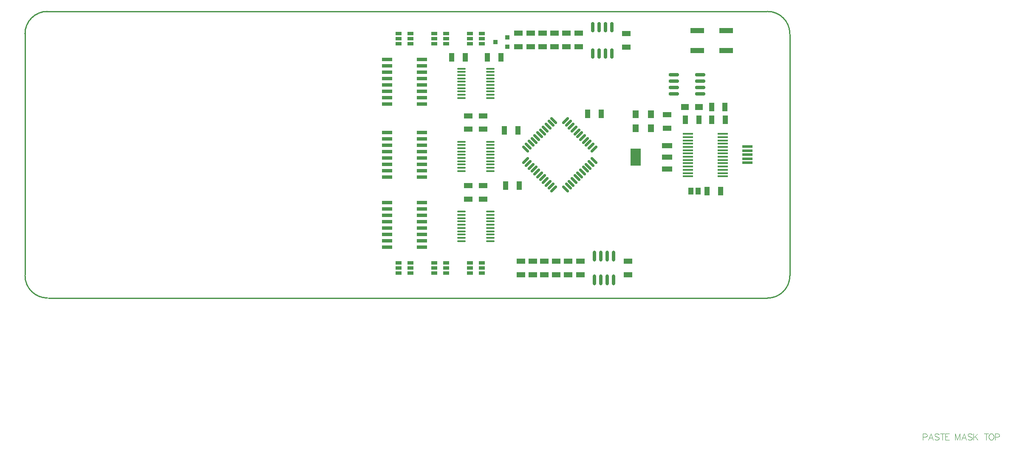
<source format=gtp>
%FSLAX24Y24*%
%MOIN*%
G70*
G01*
G75*
G04 Layer_Color=8421504*
%ADD10R,0.0790X0.0250*%
%ADD11R,0.0374X0.0354*%
%ADD12R,0.0669X0.0433*%
%ADD13R,0.1102X0.0394*%
%ADD14R,0.0600X0.0500*%
%ADD15O,0.0276X0.0827*%
%ADD16R,0.0433X0.0669*%
%ADD17O,0.0236X0.0866*%
%ADD18R,0.0512X0.0276*%
%ADD19R,0.0500X0.0600*%
%ADD20O,0.0827X0.0276*%
%ADD21O,0.0827X0.0157*%
%ADD22R,0.0433X0.0551*%
%ADD23R,0.0846X0.1378*%
%ADD24R,0.0846X0.0433*%
%ADD25R,0.0846X0.0433*%
G04:AMPARAMS|DCode=26|XSize=21.7mil|YSize=68.9mil|CornerRadius=0mil|HoleSize=0mil|Usage=FLASHONLY|Rotation=315.000|XOffset=0mil|YOffset=0mil|HoleType=Round|Shape=Round|*
%AMOVALD26*
21,1,0.0472,0.0217,0.0000,0.0000,45.0*
1,1,0.0217,-0.0167,-0.0167*
1,1,0.0217,0.0167,0.0167*
%
%ADD26OVALD26*%

G04:AMPARAMS|DCode=27|XSize=21.7mil|YSize=68.9mil|CornerRadius=0mil|HoleSize=0mil|Usage=FLASHONLY|Rotation=45.000|XOffset=0mil|YOffset=0mil|HoleType=Round|Shape=Round|*
%AMOVALD27*
21,1,0.0472,0.0217,0.0000,0.0000,135.0*
1,1,0.0217,0.0167,-0.0167*
1,1,0.0217,-0.0167,0.0167*
%
%ADD27OVALD27*%

%ADD28C,0.0591*%
%ADD29O,0.0669X0.0157*%
%ADD30R,0.0787X0.0197*%
%ADD31C,0.0140*%
%ADD32C,0.0250*%
%ADD33C,0.0200*%
%ADD34C,0.0180*%
%ADD35C,0.0049*%
%ADD36R,0.0940X0.1274*%
%ADD37R,0.0220X0.0386*%
%ADD38C,0.0100*%
%ADD39C,0.0079*%
%ADD40C,0.0600*%
%ADD41R,0.0600X0.0600*%
%ADD42C,0.0571*%
%ADD43C,0.0709*%
%ADD44R,0.0709X0.0709*%
%ADD45R,0.0591X0.0591*%
%ADD46C,0.2500*%
%ADD47C,0.0354*%
%ADD48O,0.1024X0.0827*%
%ADD49C,0.0260*%
%ADD50C,0.0098*%
%ADD51C,0.0010*%
%ADD52C,0.0080*%
%ADD53C,0.0039*%
D10*
X31127Y5500D02*
D03*
X28410Y4000D02*
D03*
Y5000D02*
D03*
Y6000D02*
D03*
Y7000D02*
D03*
Y7500D02*
D03*
X31127Y6500D02*
D03*
Y4500D02*
D03*
Y7500D02*
D03*
Y7000D02*
D03*
Y6000D02*
D03*
Y5000D02*
D03*
Y4000D02*
D03*
X28410Y6500D02*
D03*
Y5500D02*
D03*
Y4500D02*
D03*
X31127Y10990D02*
D03*
X28410Y9490D02*
D03*
Y10490D02*
D03*
Y11490D02*
D03*
Y12490D02*
D03*
Y12990D02*
D03*
X31127Y11990D02*
D03*
Y9990D02*
D03*
Y12990D02*
D03*
Y12490D02*
D03*
Y11490D02*
D03*
Y10490D02*
D03*
Y9490D02*
D03*
X28410Y11990D02*
D03*
Y10990D02*
D03*
Y9990D02*
D03*
X31130Y16730D02*
D03*
X28413Y15230D02*
D03*
Y16230D02*
D03*
Y17230D02*
D03*
Y18230D02*
D03*
Y18730D02*
D03*
X31130Y17730D02*
D03*
Y15730D02*
D03*
Y18730D02*
D03*
Y18230D02*
D03*
Y17230D02*
D03*
Y16230D02*
D03*
Y15230D02*
D03*
X28413Y17730D02*
D03*
Y16730D02*
D03*
Y15730D02*
D03*
D11*
X36907Y20100D02*
D03*
X37833Y20474D02*
D03*
Y19726D02*
D03*
D12*
X38720Y20791D02*
D03*
Y19729D02*
D03*
X39660D02*
D03*
Y20791D02*
D03*
X47300Y2901D02*
D03*
X47300Y1839D02*
D03*
X38900D02*
D03*
Y2901D02*
D03*
X39830Y1839D02*
D03*
X39830Y2901D02*
D03*
X40750Y1839D02*
D03*
Y2901D02*
D03*
X41680Y1839D02*
D03*
X41680Y2901D02*
D03*
X42620Y2901D02*
D03*
Y1839D02*
D03*
X43560D02*
D03*
Y2901D02*
D03*
X34780Y8821D02*
D03*
Y7759D02*
D03*
X35950Y8821D02*
D03*
Y7759D02*
D03*
X34780Y14311D02*
D03*
Y13249D02*
D03*
X35950Y14313D02*
D03*
Y13250D02*
D03*
X50370Y14391D02*
D03*
X50370Y13328D02*
D03*
X41540Y20791D02*
D03*
X41540Y19729D02*
D03*
X40600Y20791D02*
D03*
Y19728D02*
D03*
X43430Y20781D02*
D03*
Y19719D02*
D03*
X42480Y20782D02*
D03*
X42480Y19719D02*
D03*
X47170Y20751D02*
D03*
Y19689D02*
D03*
D13*
X52730Y19430D02*
D03*
X52730Y21005D02*
D03*
X55013Y21005D02*
D03*
Y19430D02*
D03*
D14*
X51770Y14980D02*
D03*
X52870Y14980D02*
D03*
D15*
X46050Y21273D02*
D03*
X45550D02*
D03*
X45050D02*
D03*
X44550D02*
D03*
X46050Y19187D02*
D03*
X45550D02*
D03*
X45050D02*
D03*
X44550D02*
D03*
D16*
X54921Y14010D02*
D03*
X53858Y14010D02*
D03*
X37321Y18910D02*
D03*
X36259D02*
D03*
X33479D02*
D03*
X34541D02*
D03*
X51809Y14010D02*
D03*
X52871D02*
D03*
X54920Y14990D02*
D03*
X53857Y14990D02*
D03*
X54561Y8400D02*
D03*
X53499D02*
D03*
X37619Y13170D02*
D03*
X38681D02*
D03*
X37699Y8820D02*
D03*
X38761D02*
D03*
X45212Y14470D02*
D03*
X44149D02*
D03*
D17*
X46180Y3305D02*
D03*
X45680Y3305D02*
D03*
X45180D02*
D03*
X44680Y3305D02*
D03*
X46180Y1415D02*
D03*
X45680D02*
D03*
X45180Y1415D02*
D03*
X44680Y1415D02*
D03*
D18*
X32098Y2754D02*
D03*
X32098Y2360D02*
D03*
X32098Y1966D02*
D03*
X33043D02*
D03*
Y2360D02*
D03*
Y2754D02*
D03*
X34898D02*
D03*
X34898Y2360D02*
D03*
X34898Y1966D02*
D03*
X35842D02*
D03*
Y2360D02*
D03*
Y2754D02*
D03*
X29298D02*
D03*
Y2360D02*
D03*
Y1966D02*
D03*
X30242D02*
D03*
Y2360D02*
D03*
Y2754D02*
D03*
X29298Y20754D02*
D03*
Y20360D02*
D03*
Y19966D02*
D03*
X30242D02*
D03*
Y20360D02*
D03*
Y20754D02*
D03*
X34898D02*
D03*
Y20360D02*
D03*
Y19966D02*
D03*
X35842D02*
D03*
Y20360D02*
D03*
Y20754D02*
D03*
X32098D02*
D03*
Y20360D02*
D03*
Y19966D02*
D03*
X33043D02*
D03*
Y20360D02*
D03*
Y20754D02*
D03*
D19*
X49090Y14420D02*
D03*
Y13320D02*
D03*
X47920Y14430D02*
D03*
X47920Y13330D02*
D03*
D20*
X50897Y17520D02*
D03*
X50897Y17020D02*
D03*
Y16520D02*
D03*
X50897Y16020D02*
D03*
X52983Y17520D02*
D03*
Y17020D02*
D03*
Y16520D02*
D03*
Y16020D02*
D03*
D21*
X54728Y9557D02*
D03*
Y9813D02*
D03*
X54728Y10068D02*
D03*
X54728Y10324D02*
D03*
X54728Y10580D02*
D03*
X54728Y10836D02*
D03*
X54728Y11092D02*
D03*
X54728Y11348D02*
D03*
Y11604D02*
D03*
Y11860D02*
D03*
Y12116D02*
D03*
Y12372D02*
D03*
Y12627D02*
D03*
X54728Y12883D02*
D03*
X52012Y9557D02*
D03*
X52012Y9813D02*
D03*
X52012Y10068D02*
D03*
X52012Y10324D02*
D03*
X52012Y10580D02*
D03*
X52012Y10836D02*
D03*
Y11092D02*
D03*
Y11348D02*
D03*
Y11604D02*
D03*
Y11860D02*
D03*
Y12116D02*
D03*
Y12372D02*
D03*
Y12627D02*
D03*
X52012Y12883D02*
D03*
D22*
X52815Y8410D02*
D03*
X52225D02*
D03*
D23*
X47920Y11050D02*
D03*
D24*
X50360Y11956D02*
D03*
Y10144D02*
D03*
D25*
Y11050D02*
D03*
D26*
X42399Y13936D02*
D03*
X42622Y13714D02*
D03*
X42845Y13491D02*
D03*
X43067Y13268D02*
D03*
X43290Y13046D02*
D03*
X43513Y12823D02*
D03*
X43736Y12600D02*
D03*
X43958Y12377D02*
D03*
X44181Y12155D02*
D03*
X44404Y11932D02*
D03*
X44626Y11709D02*
D03*
X41481Y8564D02*
D03*
X41258Y8786D02*
D03*
X41035Y9009D02*
D03*
X40813Y9232D02*
D03*
X40590Y9454D02*
D03*
X40367Y9677D02*
D03*
X40144Y9900D02*
D03*
X39922Y10123D02*
D03*
X39699Y10345D02*
D03*
X39476Y10568D02*
D03*
X39254Y10791D02*
D03*
D27*
X44626Y10791D02*
D03*
X44404Y10568D02*
D03*
X44181Y10345D02*
D03*
X43958Y10123D02*
D03*
X43736Y9900D02*
D03*
X43513Y9677D02*
D03*
X43290Y9454D02*
D03*
X43067Y9232D02*
D03*
X42845Y9009D02*
D03*
X42622Y8786D02*
D03*
X42399Y8564D02*
D03*
X39254Y11709D02*
D03*
X39476Y11932D02*
D03*
X39699Y12155D02*
D03*
X39922Y12377D02*
D03*
X40144Y12600D02*
D03*
X40367Y12823D02*
D03*
X40590Y13046D02*
D03*
X40813Y13268D02*
D03*
X41035Y13491D02*
D03*
X41258Y13714D02*
D03*
X41481Y13936D02*
D03*
D29*
X36492Y15708D02*
D03*
Y15964D02*
D03*
Y16220D02*
D03*
Y16476D02*
D03*
Y16732D02*
D03*
Y16988D02*
D03*
Y17244D02*
D03*
Y17500D02*
D03*
Y17756D02*
D03*
Y18012D02*
D03*
X34248Y15708D02*
D03*
Y15964D02*
D03*
Y16220D02*
D03*
Y16476D02*
D03*
Y16732D02*
D03*
Y16988D02*
D03*
Y17244D02*
D03*
Y17500D02*
D03*
Y17756D02*
D03*
Y18012D02*
D03*
X36492Y9968D02*
D03*
Y10224D02*
D03*
Y10480D02*
D03*
Y10736D02*
D03*
Y10992D02*
D03*
Y11248D02*
D03*
Y11504D02*
D03*
Y11760D02*
D03*
Y12016D02*
D03*
Y12272D02*
D03*
X34248Y9968D02*
D03*
Y10224D02*
D03*
Y10480D02*
D03*
Y10736D02*
D03*
Y10992D02*
D03*
Y11248D02*
D03*
Y11504D02*
D03*
Y11760D02*
D03*
Y12016D02*
D03*
Y12272D02*
D03*
X36492Y4478D02*
D03*
Y4734D02*
D03*
Y4990D02*
D03*
Y5246D02*
D03*
Y5502D02*
D03*
Y5758D02*
D03*
Y6014D02*
D03*
Y6270D02*
D03*
Y6526D02*
D03*
Y6782D02*
D03*
X34248Y4478D02*
D03*
Y4734D02*
D03*
Y4990D02*
D03*
Y5246D02*
D03*
Y5502D02*
D03*
Y5758D02*
D03*
Y6014D02*
D03*
Y6270D02*
D03*
Y6526D02*
D03*
Y6782D02*
D03*
D30*
X56674Y10620D02*
D03*
Y10935D02*
D03*
Y11250D02*
D03*
Y11565D02*
D03*
Y11880D02*
D03*
D35*
X70437Y-10902D02*
X70648D01*
X70718Y-10879D01*
X70742Y-10855D01*
X70765Y-10808D01*
Y-10738D01*
X70742Y-10691D01*
X70718Y-10668D01*
X70648Y-10644D01*
X70437D01*
Y-11136D01*
X71250D02*
X71063Y-10644D01*
X70875Y-11136D01*
X70946Y-10972D02*
X71180D01*
X71693Y-10715D02*
X71646Y-10668D01*
X71576Y-10644D01*
X71482D01*
X71412Y-10668D01*
X71365Y-10715D01*
Y-10761D01*
X71388Y-10808D01*
X71412Y-10832D01*
X71459Y-10855D01*
X71599Y-10902D01*
X71646Y-10926D01*
X71670Y-10949D01*
X71693Y-10996D01*
Y-11066D01*
X71646Y-11113D01*
X71576Y-11136D01*
X71482D01*
X71412Y-11113D01*
X71365Y-11066D01*
X71967Y-10644D02*
Y-11136D01*
X71803Y-10644D02*
X72131D01*
X72494D02*
X72190D01*
Y-11136D01*
X72494D01*
X72190Y-10879D02*
X72377D01*
X72963Y-10644D02*
Y-11136D01*
Y-10644D02*
X73150Y-11136D01*
X73338Y-10644D02*
X73150Y-11136D01*
X73338Y-10644D02*
Y-11136D01*
X73853D02*
X73666Y-10644D01*
X73478Y-11136D01*
X73549Y-10972D02*
X73783D01*
X74296Y-10715D02*
X74249Y-10668D01*
X74179Y-10644D01*
X74085D01*
X74015Y-10668D01*
X73968Y-10715D01*
Y-10761D01*
X73992Y-10808D01*
X74015Y-10832D01*
X74062Y-10855D01*
X74202Y-10902D01*
X74249Y-10926D01*
X74273Y-10949D01*
X74296Y-10996D01*
Y-11066D01*
X74249Y-11113D01*
X74179Y-11136D01*
X74085D01*
X74015Y-11113D01*
X73968Y-11066D01*
X74406Y-10644D02*
Y-11136D01*
X74734Y-10644D02*
X74406Y-10972D01*
X74523Y-10855D02*
X74734Y-11136D01*
X75395Y-10644D02*
Y-11136D01*
X75231Y-10644D02*
X75559D01*
X75758D02*
X75711Y-10668D01*
X75664Y-10715D01*
X75641Y-10761D01*
X75618Y-10832D01*
Y-10949D01*
X75641Y-11019D01*
X75664Y-11066D01*
X75711Y-11113D01*
X75758Y-11136D01*
X75852D01*
X75899Y-11113D01*
X75946Y-11066D01*
X75969Y-11019D01*
X75992Y-10949D01*
Y-10832D01*
X75969Y-10761D01*
X75946Y-10715D01*
X75899Y-10668D01*
X75852Y-10644D01*
X75758D01*
X76107Y-10902D02*
X76318D01*
X76388Y-10879D01*
X76412Y-10855D01*
X76435Y-10808D01*
Y-10738D01*
X76412Y-10691D01*
X76388Y-10668D01*
X76318Y-10644D01*
X76107D01*
Y-11136D01*
D38*
X60000Y20750D02*
G03*
X58250Y22500I-1750J0D01*
G01*
Y0D02*
G03*
X60000Y1750I0J1750D01*
G01*
X1750Y22500D02*
G03*
X0Y20750I0J-1750D01*
G01*
Y1760D02*
G03*
X1750Y10I1750J0D01*
G01*
X0Y1830D02*
Y20840D01*
X1830Y0D02*
X58250D01*
X1660Y22500D02*
X58190D01*
X60000Y1750D02*
Y20690D01*
M02*

</source>
